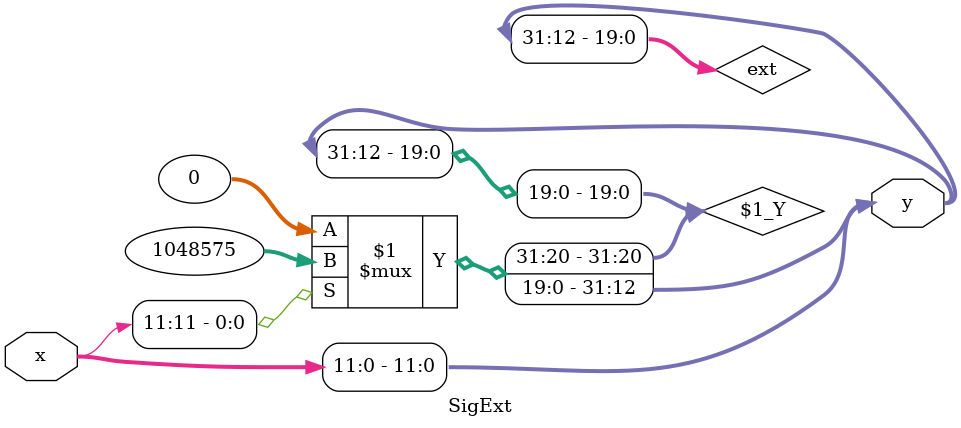
<source format=v>
module SigExt #(parameter width=12) (input wire[width-1:0] x,
                                     output wire[31:0] y);
    
    wire[31:width] ext;

    assign ext=x[width-1]?(2**(32-width)-1):0;
    assign y={ext,x[width-1:0]};

endmodule
</source>
